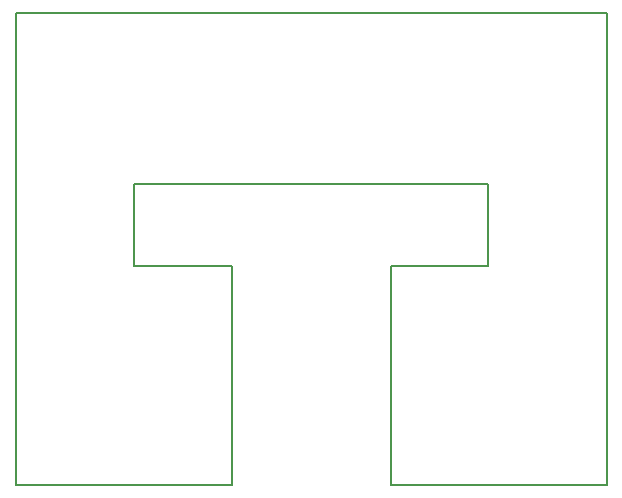
<source format=gbr>
%TF.GenerationSoftware,KiCad,Pcbnew,(6.0.6)*%
%TF.CreationDate,2022-12-14T10:50:40-06:00*%
%TF.ProjectId,Realm Card,5265616c-6d20-4436-9172-642e6b696361,A*%
%TF.SameCoordinates,Original*%
%TF.FileFunction,Profile,NP*%
%FSLAX46Y46*%
G04 Gerber Fmt 4.6, Leading zero omitted, Abs format (unit mm)*
G04 Created by KiCad (PCBNEW (6.0.6)) date 2022-12-14 10:50:40*
%MOMM*%
%LPD*%
G01*
G04 APERTURE LIST*
%TA.AperFunction,Profile*%
%ADD10C,0.200000*%
%TD*%
G04 APERTURE END LIST*
D10*
X50000000Y-40000000D02*
X31750000Y-40000000D01*
X31750000Y-21500000D01*
X40000000Y-21500000D01*
X40000000Y-14500000D01*
X10000000Y-14500000D01*
X10000000Y-21500000D01*
X18250000Y-21500000D01*
X18250000Y-40000000D01*
X0Y-40000000D01*
X0Y0D01*
X50000000Y0D01*
X50000000Y-40000000D01*
M02*

</source>
